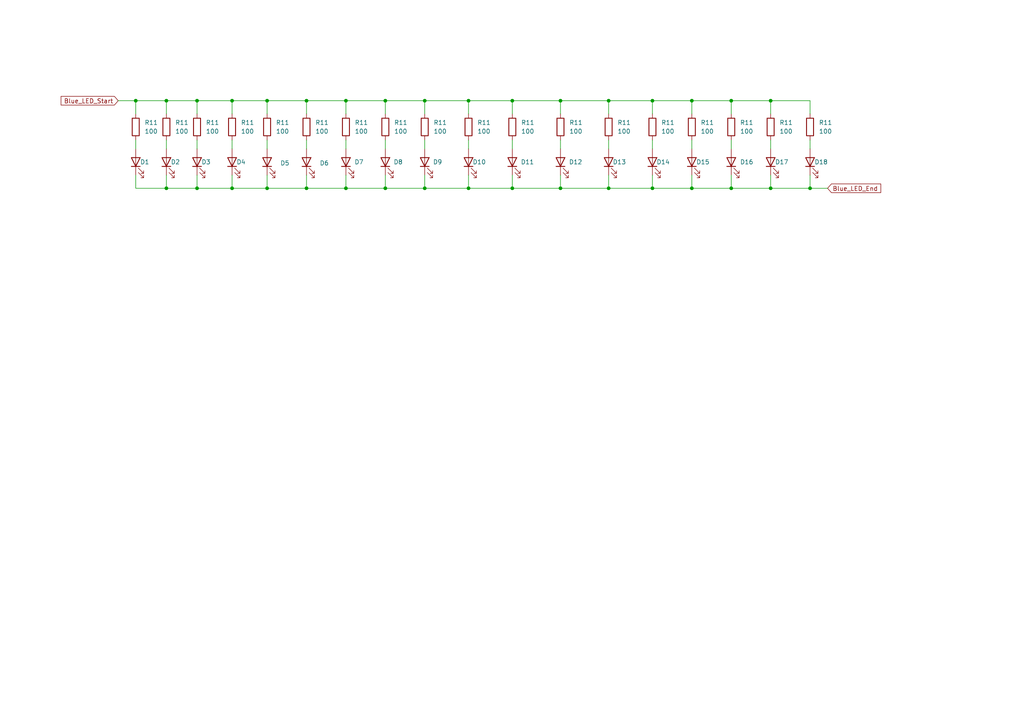
<source format=kicad_sch>
(kicad_sch (version 20230121) (generator eeschema)

  (uuid eb23b1f1-68ea-4496-a339-358bb4271866)

  (paper "A4")

  (lib_symbols
    (symbol "Device:LED" (pin_numbers hide) (pin_names (offset 1.016) hide) (in_bom yes) (on_board yes)
      (property "Reference" "D" (at 0 2.54 0)
        (effects (font (size 1.27 1.27)))
      )
      (property "Value" "LED" (at 0 -2.54 0)
        (effects (font (size 1.27 1.27)))
      )
      (property "Footprint" "" (at 0 0 0)
        (effects (font (size 1.27 1.27)) hide)
      )
      (property "Datasheet" "~" (at 0 0 0)
        (effects (font (size 1.27 1.27)) hide)
      )
      (property "ki_keywords" "LED diode" (at 0 0 0)
        (effects (font (size 1.27 1.27)) hide)
      )
      (property "ki_description" "Light emitting diode" (at 0 0 0)
        (effects (font (size 1.27 1.27)) hide)
      )
      (property "ki_fp_filters" "LED* LED_SMD:* LED_THT:*" (at 0 0 0)
        (effects (font (size 1.27 1.27)) hide)
      )
      (symbol "LED_0_1"
        (polyline
          (pts
            (xy -1.27 -1.27)
            (xy -1.27 1.27)
          )
          (stroke (width 0.254) (type default))
          (fill (type none))
        )
        (polyline
          (pts
            (xy -1.27 0)
            (xy 1.27 0)
          )
          (stroke (width 0) (type default))
          (fill (type none))
        )
        (polyline
          (pts
            (xy 1.27 -1.27)
            (xy 1.27 1.27)
            (xy -1.27 0)
            (xy 1.27 -1.27)
          )
          (stroke (width 0.254) (type default))
          (fill (type none))
        )
        (polyline
          (pts
            (xy -3.048 -0.762)
            (xy -4.572 -2.286)
            (xy -3.81 -2.286)
            (xy -4.572 -2.286)
            (xy -4.572 -1.524)
          )
          (stroke (width 0) (type default))
          (fill (type none))
        )
        (polyline
          (pts
            (xy -1.778 -0.762)
            (xy -3.302 -2.286)
            (xy -2.54 -2.286)
            (xy -3.302 -2.286)
            (xy -3.302 -1.524)
          )
          (stroke (width 0) (type default))
          (fill (type none))
        )
      )
      (symbol "LED_1_1"
        (pin passive line (at -3.81 0 0) (length 2.54)
          (name "K" (effects (font (size 1.27 1.27))))
          (number "1" (effects (font (size 1.27 1.27))))
        )
        (pin passive line (at 3.81 0 180) (length 2.54)
          (name "A" (effects (font (size 1.27 1.27))))
          (number "2" (effects (font (size 1.27 1.27))))
        )
      )
    )
    (symbol "Device:R" (pin_numbers hide) (pin_names (offset 0)) (in_bom yes) (on_board yes)
      (property "Reference" "R" (at 2.032 0 90)
        (effects (font (size 1.27 1.27)))
      )
      (property "Value" "R" (at 0 0 90)
        (effects (font (size 1.27 1.27)))
      )
      (property "Footprint" "" (at -1.778 0 90)
        (effects (font (size 1.27 1.27)) hide)
      )
      (property "Datasheet" "~" (at 0 0 0)
        (effects (font (size 1.27 1.27)) hide)
      )
      (property "ki_keywords" "R res resistor" (at 0 0 0)
        (effects (font (size 1.27 1.27)) hide)
      )
      (property "ki_description" "Resistor" (at 0 0 0)
        (effects (font (size 1.27 1.27)) hide)
      )
      (property "ki_fp_filters" "R_*" (at 0 0 0)
        (effects (font (size 1.27 1.27)) hide)
      )
      (symbol "R_0_1"
        (rectangle (start -1.016 -2.54) (end 1.016 2.54)
          (stroke (width 0.254) (type default))
          (fill (type none))
        )
      )
      (symbol "R_1_1"
        (pin passive line (at 0 3.81 270) (length 1.27)
          (name "~" (effects (font (size 1.27 1.27))))
          (number "1" (effects (font (size 1.27 1.27))))
        )
        (pin passive line (at 0 -3.81 90) (length 1.27)
          (name "~" (effects (font (size 1.27 1.27))))
          (number "2" (effects (font (size 1.27 1.27))))
        )
      )
    )
  )

  (junction (at 77.47 54.61) (diameter 0) (color 0 0 0 0)
    (uuid 03d04471-50b4-43a9-b019-bf4d7c7ba9f2)
  )
  (junction (at 123.19 29.21) (diameter 0) (color 0 0 0 0)
    (uuid 0bd6c538-1f58-49cb-9b06-7d730594ddd0)
  )
  (junction (at 48.26 54.61) (diameter 0) (color 0 0 0 0)
    (uuid 0e6853ed-8ce6-4619-b504-2f77f76c20fa)
  )
  (junction (at 148.59 29.21) (diameter 0) (color 0 0 0 0)
    (uuid 1f96d1a4-1c86-450d-b9ce-0ea194d9bd25)
  )
  (junction (at 234.95 54.61) (diameter 0) (color 0 0 0 0)
    (uuid 29f2c769-9b82-4940-9b2e-a7d41712b359)
  )
  (junction (at 212.09 29.21) (diameter 0) (color 0 0 0 0)
    (uuid 29fcdaaa-9c56-4ae2-8151-675b2986cab7)
  )
  (junction (at 223.52 29.21) (diameter 0) (color 0 0 0 0)
    (uuid 34237b6e-a26c-4a43-86de-187b3bb0e456)
  )
  (junction (at 111.76 54.61) (diameter 0) (color 0 0 0 0)
    (uuid 3f264e17-1bc3-4392-8bee-6c11b8483313)
  )
  (junction (at 67.31 54.61) (diameter 0) (color 0 0 0 0)
    (uuid 47fa934e-eb92-4eeb-95d1-0892ad5db8b7)
  )
  (junction (at 111.76 29.21) (diameter 0) (color 0 0 0 0)
    (uuid 4cc7992c-e335-427c-9414-2df3bba18dd0)
  )
  (junction (at 189.23 29.21) (diameter 0) (color 0 0 0 0)
    (uuid 52246386-2e34-4b08-8977-f24a65d89a5d)
  )
  (junction (at 77.47 29.21) (diameter 0) (color 0 0 0 0)
    (uuid 598358aa-1c07-4827-818c-6078e49cb435)
  )
  (junction (at 200.66 29.21) (diameter 0) (color 0 0 0 0)
    (uuid 5af12afc-1e45-4d2a-b0e0-9f9d09b3f831)
  )
  (junction (at 162.56 54.61) (diameter 0) (color 0 0 0 0)
    (uuid 5b1113f0-d8d4-434d-ba23-a6f94570befd)
  )
  (junction (at 176.53 29.21) (diameter 0) (color 0 0 0 0)
    (uuid 66bc6b8d-715e-4955-8f70-3de2bdb3751a)
  )
  (junction (at 57.15 29.21) (diameter 0) (color 0 0 0 0)
    (uuid 6dc3a81f-5748-489a-99ba-b70230b720da)
  )
  (junction (at 176.53 54.61) (diameter 0) (color 0 0 0 0)
    (uuid 70557b81-b889-425c-a2ff-5e7d515ae242)
  )
  (junction (at 48.26 29.21) (diameter 0) (color 0 0 0 0)
    (uuid 7487b09b-9d5f-4685-8a23-3a466a3380b3)
  )
  (junction (at 39.37 29.21) (diameter 0) (color 0 0 0 0)
    (uuid 891a2c5a-4e0f-481f-bd07-cb4a56053412)
  )
  (junction (at 135.89 54.61) (diameter 0) (color 0 0 0 0)
    (uuid 89e1e267-bb92-4588-9dd3-f219d8154ecd)
  )
  (junction (at 223.52 54.61) (diameter 0) (color 0 0 0 0)
    (uuid a3bfdc42-0aba-467a-ab3e-ac7ac289dcf8)
  )
  (junction (at 212.09 54.61) (diameter 0) (color 0 0 0 0)
    (uuid a79afb17-df6c-41b1-b9c2-8134b53b26ce)
  )
  (junction (at 100.33 29.21) (diameter 0) (color 0 0 0 0)
    (uuid b12abb3b-10bb-4d8a-8fce-8315afa42777)
  )
  (junction (at 88.9 54.61) (diameter 0) (color 0 0 0 0)
    (uuid b3a50d58-c80b-4289-9c94-3bef74db6218)
  )
  (junction (at 189.23 54.61) (diameter 0) (color 0 0 0 0)
    (uuid b66e4f79-15ab-4fd0-a7cb-4fa7f82fb63c)
  )
  (junction (at 148.59 54.61) (diameter 0) (color 0 0 0 0)
    (uuid c1ea0a50-40b8-4057-a77a-655b959f9c36)
  )
  (junction (at 88.9 29.21) (diameter 0) (color 0 0 0 0)
    (uuid c5670872-f44c-4abf-9a72-acbcb3eba2d2)
  )
  (junction (at 162.56 29.21) (diameter 0) (color 0 0 0 0)
    (uuid d3df8e1f-c43d-44ec-b24e-42e1e9efe848)
  )
  (junction (at 67.31 29.21) (diameter 0) (color 0 0 0 0)
    (uuid e2d159d2-4b2f-4cc6-98a9-2a13fa3e3c78)
  )
  (junction (at 100.33 54.61) (diameter 0) (color 0 0 0 0)
    (uuid ea618874-bd0b-46f7-b8a5-2c0558697031)
  )
  (junction (at 200.66 54.61) (diameter 0) (color 0 0 0 0)
    (uuid ef15da61-a1de-4a50-8be9-3e242e841028)
  )
  (junction (at 123.19 54.61) (diameter 0) (color 0 0 0 0)
    (uuid f6217e14-0147-421f-8064-14067d43fd6d)
  )
  (junction (at 135.89 29.21) (diameter 0) (color 0 0 0 0)
    (uuid fca00e6c-0d6b-4354-8016-d591d36063ec)
  )
  (junction (at 57.15 54.61) (diameter 0) (color 0 0 0 0)
    (uuid fd4b4013-711a-4bf0-a63a-306d93588277)
  )

  (wire (pts (xy 162.56 50.8) (xy 162.56 54.61))
    (stroke (width 0) (type default))
    (uuid 017ca1c9-84a8-468b-b32a-fcbcd212974e)
  )
  (wire (pts (xy 88.9 54.61) (xy 100.33 54.61))
    (stroke (width 0) (type default))
    (uuid 01c85450-cbfd-477e-b750-4a9f53983319)
  )
  (wire (pts (xy 57.15 50.8) (xy 57.15 54.61))
    (stroke (width 0) (type default))
    (uuid 05635c71-bda6-49e8-8069-aff8d3d04737)
  )
  (wire (pts (xy 223.52 29.21) (xy 223.52 33.02))
    (stroke (width 0) (type default))
    (uuid 083c45cd-ace1-43f5-805a-6cd261d1ca82)
  )
  (wire (pts (xy 57.15 29.21) (xy 57.15 33.02))
    (stroke (width 0) (type default))
    (uuid 0ba01118-69ae-4488-a501-b24c1263f679)
  )
  (wire (pts (xy 48.26 40.64) (xy 48.26 43.18))
    (stroke (width 0) (type default))
    (uuid 0ecbee93-7422-4946-bbdb-133eaf7f11a2)
  )
  (wire (pts (xy 223.52 50.8) (xy 223.52 54.61))
    (stroke (width 0) (type default))
    (uuid 1809f379-8778-48a2-9075-570a4e1163a9)
  )
  (wire (pts (xy 200.66 54.61) (xy 212.09 54.61))
    (stroke (width 0) (type default))
    (uuid 1a7af524-4489-41db-b8bd-3967b36759a6)
  )
  (wire (pts (xy 162.56 29.21) (xy 162.56 33.02))
    (stroke (width 0) (type default))
    (uuid 1da6005a-9efb-4656-8c2f-8dbbc41ff1ef)
  )
  (wire (pts (xy 39.37 33.02) (xy 39.37 29.21))
    (stroke (width 0) (type default))
    (uuid 212e4368-8f92-4f96-a9ed-4d2cdd564675)
  )
  (wire (pts (xy 176.53 29.21) (xy 176.53 33.02))
    (stroke (width 0) (type default))
    (uuid 2165e7a9-d345-426e-b8e5-a2ed98e7d9f2)
  )
  (wire (pts (xy 189.23 29.21) (xy 200.66 29.21))
    (stroke (width 0) (type default))
    (uuid 2483f977-38d2-4131-944b-01e0655aad18)
  )
  (wire (pts (xy 212.09 40.64) (xy 212.09 43.18))
    (stroke (width 0) (type default))
    (uuid 272f8f8e-c21c-45a1-86ed-450c49242d5e)
  )
  (wire (pts (xy 48.26 29.21) (xy 57.15 29.21))
    (stroke (width 0) (type default))
    (uuid 27913ab8-8062-48d2-8b2e-34e38096c85d)
  )
  (wire (pts (xy 67.31 54.61) (xy 77.47 54.61))
    (stroke (width 0) (type default))
    (uuid 27bb8540-0f9a-4646-ab43-e17f5cdd4abb)
  )
  (wire (pts (xy 57.15 29.21) (xy 67.31 29.21))
    (stroke (width 0) (type default))
    (uuid 280714dd-48cf-4ff9-95cb-3d803a8f1450)
  )
  (wire (pts (xy 223.52 54.61) (xy 234.95 54.61))
    (stroke (width 0) (type default))
    (uuid 281bb560-630f-4a28-98c6-86dab8f910b0)
  )
  (wire (pts (xy 123.19 54.61) (xy 135.89 54.61))
    (stroke (width 0) (type default))
    (uuid 2b12d29f-1077-4d4a-99fe-e29d083186b1)
  )
  (wire (pts (xy 34.29 29.21) (xy 39.37 29.21))
    (stroke (width 0) (type default))
    (uuid 2b432e7b-bb6d-4c6a-8722-4dae95466c55)
  )
  (wire (pts (xy 111.76 54.61) (xy 123.19 54.61))
    (stroke (width 0) (type default))
    (uuid 315b0179-8697-4c03-a0c0-c92eb072a498)
  )
  (wire (pts (xy 100.33 54.61) (xy 111.76 54.61))
    (stroke (width 0) (type default))
    (uuid 32e912c9-c14c-44e0-b10a-7a47f90ffb81)
  )
  (wire (pts (xy 176.53 29.21) (xy 189.23 29.21))
    (stroke (width 0) (type default))
    (uuid 3996694f-f812-4109-8e79-99bb063c246c)
  )
  (wire (pts (xy 39.37 54.61) (xy 48.26 54.61))
    (stroke (width 0) (type default))
    (uuid 3f9c7368-64f0-4dba-8f6e-a56577c451b6)
  )
  (wire (pts (xy 39.37 40.64) (xy 39.37 43.18))
    (stroke (width 0) (type default))
    (uuid 40b346e3-0234-4bed-86ce-710d38937467)
  )
  (wire (pts (xy 77.47 50.8) (xy 77.47 54.61))
    (stroke (width 0) (type default))
    (uuid 4a64fafd-9362-4954-97f1-fd92bae92546)
  )
  (wire (pts (xy 67.31 50.8) (xy 67.31 54.61))
    (stroke (width 0) (type default))
    (uuid 4e9a42a9-38e0-4991-bbe6-9a3b9f18c2ba)
  )
  (wire (pts (xy 67.31 29.21) (xy 77.47 29.21))
    (stroke (width 0) (type default))
    (uuid 5227d197-0a65-4b8d-91e2-38c938992de8)
  )
  (wire (pts (xy 39.37 50.8) (xy 39.37 54.61))
    (stroke (width 0) (type default))
    (uuid 5371310a-6489-4511-8aac-7bcec4d71fcb)
  )
  (wire (pts (xy 212.09 54.61) (xy 223.52 54.61))
    (stroke (width 0) (type default))
    (uuid 54c4dbf2-33ae-426e-b874-b931e207e187)
  )
  (wire (pts (xy 234.95 54.61) (xy 234.95 50.8))
    (stroke (width 0) (type default))
    (uuid 55cfd44c-700b-4348-b086-0b854e753b46)
  )
  (wire (pts (xy 148.59 29.21) (xy 148.59 33.02))
    (stroke (width 0) (type default))
    (uuid 567830ad-51b5-49aa-a64f-cef201bc7026)
  )
  (wire (pts (xy 111.76 50.8) (xy 111.76 54.61))
    (stroke (width 0) (type default))
    (uuid 56f80f09-6ae8-4acd-8bbe-2e794748aac2)
  )
  (wire (pts (xy 234.95 29.21) (xy 234.95 33.02))
    (stroke (width 0) (type default))
    (uuid 5996272e-561b-49d7-8bc2-31d8a1eb9e9a)
  )
  (wire (pts (xy 57.15 40.64) (xy 57.15 43.18))
    (stroke (width 0) (type default))
    (uuid 5ff49f16-7965-4e30-8447-f416d3396c7e)
  )
  (wire (pts (xy 77.47 29.21) (xy 88.9 29.21))
    (stroke (width 0) (type default))
    (uuid 60e686fa-6b6e-4857-b92d-0d8296c2cbe0)
  )
  (wire (pts (xy 88.9 29.21) (xy 100.33 29.21))
    (stroke (width 0) (type default))
    (uuid 6470b30a-282a-4529-b58f-296ddea24dea)
  )
  (wire (pts (xy 135.89 50.8) (xy 135.89 54.61))
    (stroke (width 0) (type default))
    (uuid 661f5a67-f566-4428-b6f0-528ab5d3bfe6)
  )
  (wire (pts (xy 135.89 29.21) (xy 135.89 33.02))
    (stroke (width 0) (type default))
    (uuid 697bfc5b-6635-4883-a78b-6e4fd6d2bee6)
  )
  (wire (pts (xy 111.76 40.64) (xy 111.76 43.18))
    (stroke (width 0) (type default))
    (uuid 6a5b3627-487f-4eea-a2b1-8b1662843afe)
  )
  (wire (pts (xy 189.23 54.61) (xy 200.66 54.61))
    (stroke (width 0) (type default))
    (uuid 6ace1d40-4193-4865-8565-dc025f637edc)
  )
  (wire (pts (xy 48.26 50.8) (xy 48.26 54.61))
    (stroke (width 0) (type default))
    (uuid 6b3debc5-847f-4ac1-9191-8894062e83e8)
  )
  (wire (pts (xy 148.59 29.21) (xy 162.56 29.21))
    (stroke (width 0) (type default))
    (uuid 6b45789d-0736-425b-90c2-aa29a082ffe5)
  )
  (wire (pts (xy 234.95 54.61) (xy 240.03 54.61))
    (stroke (width 0) (type default))
    (uuid 6c01009e-9272-4992-a7bf-dc3f195b73f8)
  )
  (wire (pts (xy 111.76 29.21) (xy 123.19 29.21))
    (stroke (width 0) (type default))
    (uuid 6c0d8e80-007b-4f79-aa3f-fb1324181fbb)
  )
  (wire (pts (xy 135.89 54.61) (xy 148.59 54.61))
    (stroke (width 0) (type default))
    (uuid 6ea26157-9399-4282-8417-e5ee66435741)
  )
  (wire (pts (xy 123.19 50.8) (xy 123.19 54.61))
    (stroke (width 0) (type default))
    (uuid 6f9cee2a-41eb-4bf7-996a-c650a3671213)
  )
  (wire (pts (xy 200.66 50.8) (xy 200.66 54.61))
    (stroke (width 0) (type default))
    (uuid 76616e3b-6abb-4bc3-9f1b-e090cbb0bf5f)
  )
  (wire (pts (xy 162.56 40.64) (xy 162.56 43.18))
    (stroke (width 0) (type default))
    (uuid 79b1ed10-cb48-4f85-a4b2-4735b049d379)
  )
  (wire (pts (xy 176.53 54.61) (xy 189.23 54.61))
    (stroke (width 0) (type default))
    (uuid 7e4ec22d-539f-4903-aa48-11c1a0811c94)
  )
  (wire (pts (xy 200.66 40.64) (xy 200.66 43.18))
    (stroke (width 0) (type default))
    (uuid 7fb6de10-a8b8-4e11-8a5a-9ffa0db77d6d)
  )
  (wire (pts (xy 135.89 29.21) (xy 148.59 29.21))
    (stroke (width 0) (type default))
    (uuid 862b0b3f-19d9-4e4b-9383-6138e849103d)
  )
  (wire (pts (xy 100.33 29.21) (xy 111.76 29.21))
    (stroke (width 0) (type default))
    (uuid 87acf6c6-09c3-49fd-bb0c-0a49953f34da)
  )
  (wire (pts (xy 200.66 29.21) (xy 212.09 29.21))
    (stroke (width 0) (type default))
    (uuid 8df3e3a3-6cd3-4827-8dc1-d92d914a9960)
  )
  (wire (pts (xy 67.31 29.21) (xy 67.31 33.02))
    (stroke (width 0) (type default))
    (uuid 912f4121-b647-4381-8b85-e20298e8e110)
  )
  (wire (pts (xy 212.09 33.02) (xy 212.09 29.21))
    (stroke (width 0) (type default))
    (uuid 91b750ab-84a9-4551-8706-90f137e0d0b8)
  )
  (wire (pts (xy 189.23 40.64) (xy 189.23 43.18))
    (stroke (width 0) (type default))
    (uuid 923b062b-191b-48ee-9e3c-cf39f27022f5)
  )
  (wire (pts (xy 200.66 33.02) (xy 200.66 29.21))
    (stroke (width 0) (type default))
    (uuid 94905972-ba6d-4203-906e-36f6cc87666b)
  )
  (wire (pts (xy 48.26 54.61) (xy 57.15 54.61))
    (stroke (width 0) (type default))
    (uuid 9d6d4be7-c205-495e-88aa-3a96824f2149)
  )
  (wire (pts (xy 148.59 54.61) (xy 162.56 54.61))
    (stroke (width 0) (type default))
    (uuid 9fc8d5b4-1ecc-405e-9cd4-d5e079dde679)
  )
  (wire (pts (xy 148.59 40.64) (xy 148.59 43.18))
    (stroke (width 0) (type default))
    (uuid a0358b85-12d5-42ae-a544-bd67c44899e1)
  )
  (wire (pts (xy 77.47 54.61) (xy 88.9 54.61))
    (stroke (width 0) (type default))
    (uuid a097f54e-21f8-4782-9142-affba0255053)
  )
  (wire (pts (xy 234.95 40.64) (xy 234.95 43.18))
    (stroke (width 0) (type default))
    (uuid a553d0fe-0bc4-41b3-be5e-a47915fc62dc)
  )
  (wire (pts (xy 123.19 29.21) (xy 135.89 29.21))
    (stroke (width 0) (type default))
    (uuid abc492b8-3b85-4b1a-a99a-4609767480ba)
  )
  (wire (pts (xy 123.19 29.21) (xy 123.19 33.02))
    (stroke (width 0) (type default))
    (uuid b5bebe78-89c2-4b77-a236-51e495c5d19d)
  )
  (wire (pts (xy 88.9 50.8) (xy 88.9 54.61))
    (stroke (width 0) (type default))
    (uuid b60ebb68-bfd2-48f8-85ea-4f89c0713d77)
  )
  (wire (pts (xy 77.47 40.64) (xy 77.47 43.18))
    (stroke (width 0) (type default))
    (uuid b80a08eb-a6f1-47a0-9fbd-01381e06db56)
  )
  (wire (pts (xy 111.76 29.21) (xy 111.76 33.02))
    (stroke (width 0) (type default))
    (uuid bac4afec-0c59-49c3-94c9-c5fb8a24c92c)
  )
  (wire (pts (xy 148.59 50.8) (xy 148.59 54.61))
    (stroke (width 0) (type default))
    (uuid bbd3a435-ade7-4c8f-ad20-02fdafd8e93d)
  )
  (wire (pts (xy 162.56 29.21) (xy 176.53 29.21))
    (stroke (width 0) (type default))
    (uuid c888d1eb-8bff-4fb5-b783-17b268b814fa)
  )
  (wire (pts (xy 123.19 40.64) (xy 123.19 43.18))
    (stroke (width 0) (type default))
    (uuid c8a7daac-78bc-432f-bf6f-2dccc7391f78)
  )
  (wire (pts (xy 100.33 50.8) (xy 100.33 54.61))
    (stroke (width 0) (type default))
    (uuid ca6da3fe-bbd5-40b1-9a9f-4b77172df398)
  )
  (wire (pts (xy 189.23 50.8) (xy 189.23 54.61))
    (stroke (width 0) (type default))
    (uuid cc1dc4ab-24b8-420e-88d3-979cba978869)
  )
  (wire (pts (xy 77.47 29.21) (xy 77.47 33.02))
    (stroke (width 0) (type default))
    (uuid d1a5f879-1e7d-4b09-91ff-14d93a35e3c0)
  )
  (wire (pts (xy 212.09 50.8) (xy 212.09 54.61))
    (stroke (width 0) (type default))
    (uuid d1e3059c-79e4-48c5-93aa-c46e24b727a5)
  )
  (wire (pts (xy 189.23 33.02) (xy 189.23 29.21))
    (stroke (width 0) (type default))
    (uuid d3a7299b-1ad4-4b49-848c-28c778c507e1)
  )
  (wire (pts (xy 100.33 29.21) (xy 100.33 33.02))
    (stroke (width 0) (type default))
    (uuid d47185c9-b830-4ae9-895f-24bd500eefb9)
  )
  (wire (pts (xy 88.9 40.64) (xy 88.9 43.18))
    (stroke (width 0) (type default))
    (uuid d6f33328-14d7-4fad-9748-889881685bc7)
  )
  (wire (pts (xy 48.26 29.21) (xy 48.26 33.02))
    (stroke (width 0) (type default))
    (uuid dde37c74-a9ec-4965-8457-d90b5a3b1f44)
  )
  (wire (pts (xy 176.53 50.8) (xy 176.53 54.61))
    (stroke (width 0) (type default))
    (uuid e2de5525-421c-4abc-b0d0-2f795ebbca46)
  )
  (wire (pts (xy 162.56 54.61) (xy 176.53 54.61))
    (stroke (width 0) (type default))
    (uuid e3e736cc-aa36-4efa-8fe5-ffae062185c1)
  )
  (wire (pts (xy 67.31 40.64) (xy 67.31 43.18))
    (stroke (width 0) (type default))
    (uuid e48d299f-6174-4ea7-8506-734c4004aa87)
  )
  (wire (pts (xy 135.89 40.64) (xy 135.89 43.18))
    (stroke (width 0) (type default))
    (uuid e6e4db8b-0e38-4466-a57a-057780555b1e)
  )
  (wire (pts (xy 88.9 29.21) (xy 88.9 33.02))
    (stroke (width 0) (type default))
    (uuid e7d3d53f-1e45-44cc-a999-b3f33070c43b)
  )
  (wire (pts (xy 223.52 40.64) (xy 223.52 43.18))
    (stroke (width 0) (type default))
    (uuid f1be68a5-6671-40e8-9c86-ebe42a9d4105)
  )
  (wire (pts (xy 223.52 29.21) (xy 234.95 29.21))
    (stroke (width 0) (type default))
    (uuid f1f1cee4-c50e-4771-8b99-aee6b464c39a)
  )
  (wire (pts (xy 100.33 40.64) (xy 100.33 43.18))
    (stroke (width 0) (type default))
    (uuid f277ea2b-c74e-4321-8d97-752d88c50ddf)
  )
  (wire (pts (xy 176.53 40.64) (xy 176.53 43.18))
    (stroke (width 0) (type default))
    (uuid f41a087a-8864-484d-b2f3-5a724437ffc6)
  )
  (wire (pts (xy 57.15 54.61) (xy 67.31 54.61))
    (stroke (width 0) (type default))
    (uuid fb72856d-c65f-4234-a031-d4ceeca02506)
  )
  (wire (pts (xy 212.09 29.21) (xy 223.52 29.21))
    (stroke (width 0) (type default))
    (uuid fc4fc0cd-1535-49cb-a40a-47c4323b4232)
  )
  (wire (pts (xy 39.37 29.21) (xy 48.26 29.21))
    (stroke (width 0) (type default))
    (uuid fef81c10-5e66-486e-9bb3-21b9f4447201)
  )

  (global_label "Blue_LED_End" (shape input) (at 240.03 54.61 0) (fields_autoplaced)
    (effects (font (size 1.27 1.27)) (justify left))
    (uuid abc2b475-089a-4407-a69d-e3f1279908a3)
    (property "Intersheetrefs" "${INTERSHEET_REFS}" (at 256.0173 54.61 0)
      (effects (font (size 1.27 1.27)) (justify left) hide)
    )
  )
  (global_label "Blue_LED_Start" (shape input) (at 34.29 29.21 180) (fields_autoplaced)
    (effects (font (size 1.27 1.27)) (justify right))
    (uuid c514fcaf-cde5-4dda-a48b-650f8d20bd3a)
    (property "Intersheetrefs" "${INTERSHEET_REFS}" (at 17.1536 29.21 0)
      (effects (font (size 1.27 1.27)) (justify right) hide)
    )
  )

  (symbol (lib_id "Device:LED") (at 57.15 46.99 90) (unit 1)
    (in_bom yes) (on_board yes) (dnp no)
    (uuid 01528fc2-fc31-4670-903a-eaa6ce1f8cfb)
    (property "Reference" "D3" (at 58.42 46.99 90)
      (effects (font (size 1.27 1.27)) (justify right))
    )
    (property "Value" "LED_0402_1005Metric_Pad0.77x0.64mm_HandSolder" (at 60.96 49.8475 90)
      (effects (font (size 1.27 1.27)) (justify right) hide)
    )
    (property "Footprint" "LED_SMD:LED_0402_1005Metric_Pad0.77x0.64mm_HandSolder" (at 57.15 46.99 0)
      (effects (font (size 1.27 1.27)) hide)
    )
    (property "Datasheet" "~" (at 57.15 46.99 0)
      (effects (font (size 1.27 1.27)) hide)
    )
    (pin "1" (uuid 52518faf-3e8e-4d16-a5bd-b6a1deb872dd))
    (pin "2" (uuid bb04641b-1038-4d89-b56b-06b41c715929))
    (instances
      (project "untitled"
        (path "/2909db4b-e7ca-4b3d-b8b8-720f3898e595"
          (reference "D3") (unit 1)
        )
      )
      (project "LED_Illuminator_Revised"
        (path "/4e559a88-004a-41a4-8dc6-f62b9d4f677b"
          (reference "D3") (unit 1)
        )
        (path "/4e559a88-004a-41a4-8dc6-f62b9d4f677b/d987b1eb-862e-4b1b-8145-5116fe9f8f08"
          (reference "D21") (unit 1)
        )
      )
      (project "3_LED_Rings"
        (path "/9590fcf9-0d43-4008-9224-2b0e2612d891/c380e80a-b7f4-403c-9982-a6bd790990df"
          (reference "D3") (unit 1)
        )
        (path "/9590fcf9-0d43-4008-9224-2b0e2612d891/aed08636-13b8-4b96-9fc6-64c5f06a60f4"
          (reference "D33") (unit 1)
        )
      )
      (project "LED_Revised_New"
        (path "/985f529a-94b0-4332-b14e-ba2a298ddda3/80797c74-4c27-4f57-8322-9f62f18d2012"
          (reference "D3") (unit 1)
        )
      )
    )
  )

  (symbol (lib_id "Device:R") (at 77.47 36.83 0) (unit 1)
    (in_bom yes) (on_board yes) (dnp no) (fields_autoplaced)
    (uuid 05e9a075-f987-472c-bece-4947d775efda)
    (property "Reference" "R11" (at 80.01 35.56 0)
      (effects (font (size 1.27 1.27)) (justify left))
    )
    (property "Value" "100" (at 80.01 38.1 0)
      (effects (font (size 1.27 1.27)) (justify left))
    )
    (property "Footprint" "Resistor_SMD:R_0402_1005Metric_Pad0.72x0.64mm_HandSolder" (at 75.692 36.83 90)
      (effects (font (size 1.27 1.27)) hide)
    )
    (property "Datasheet" "~" (at 77.47 36.83 0)
      (effects (font (size 1.27 1.27)) hide)
    )
    (pin "1" (uuid f4e1115a-20c5-49b1-b6dd-fe1e993f0c66))
    (pin "2" (uuid 6f7eb5e3-6e8c-4c55-80cb-b0395547c761))
    (instances
      (project "3_LED_Rings"
        (path "/9590fcf9-0d43-4008-9224-2b0e2612d891/c380e80a-b7f4-403c-9982-a6bd790990df"
          (reference "R11") (unit 1)
        )
      )
      (project "LED_Revised_New"
        (path "/985f529a-94b0-4332-b14e-ba2a298ddda3/80797c74-4c27-4f57-8322-9f62f18d2012"
          (reference "R5") (unit 1)
        )
      )
      (project "Inner_LED_RIng"
        (path "/daedd578-555e-40f6-83e1-39698ba7e9b8"
          (reference "R11") (unit 1)
        )
      )
    )
  )

  (symbol (lib_id "Device:R") (at 176.53 36.83 0) (unit 1)
    (in_bom yes) (on_board yes) (dnp no) (fields_autoplaced)
    (uuid 06a11095-f7ff-449f-9a46-29aadb0622a1)
    (property "Reference" "R11" (at 179.07 35.56 0)
      (effects (font (size 1.27 1.27)) (justify left))
    )
    (property "Value" "100" (at 179.07 38.1 0)
      (effects (font (size 1.27 1.27)) (justify left))
    )
    (property "Footprint" "Resistor_SMD:R_0402_1005Metric_Pad0.72x0.64mm_HandSolder" (at 174.752 36.83 90)
      (effects (font (size 1.27 1.27)) hide)
    )
    (property "Datasheet" "~" (at 176.53 36.83 0)
      (effects (font (size 1.27 1.27)) hide)
    )
    (pin "1" (uuid 167581de-262d-41b3-93ca-1be09592604d))
    (pin "2" (uuid 30b7757d-bc19-431a-bd48-878928ef0f13))
    (instances
      (project "3_LED_Rings"
        (path "/9590fcf9-0d43-4008-9224-2b0e2612d891/c380e80a-b7f4-403c-9982-a6bd790990df"
          (reference "R11") (unit 1)
        )
      )
      (project "LED_Revised_New"
        (path "/985f529a-94b0-4332-b14e-ba2a298ddda3/80797c74-4c27-4f57-8322-9f62f18d2012"
          (reference "R13") (unit 1)
        )
      )
      (project "Inner_LED_RIng"
        (path "/daedd578-555e-40f6-83e1-39698ba7e9b8"
          (reference "R11") (unit 1)
        )
      )
    )
  )

  (symbol (lib_id "Device:R") (at 39.37 36.83 0) (unit 1)
    (in_bom yes) (on_board yes) (dnp no) (fields_autoplaced)
    (uuid 149c74cc-0a03-46f9-8113-5444cf16e061)
    (property "Reference" "R11" (at 41.91 35.56 0)
      (effects (font (size 1.27 1.27)) (justify left))
    )
    (property "Value" "100" (at 41.91 38.1 0)
      (effects (font (size 1.27 1.27)) (justify left))
    )
    (property "Footprint" "Resistor_SMD:R_0402_1005Metric_Pad0.72x0.64mm_HandSolder" (at 37.592 36.83 90)
      (effects (font (size 1.27 1.27)) hide)
    )
    (property "Datasheet" "~" (at 39.37 36.83 0)
      (effects (font (size 1.27 1.27)) hide)
    )
    (pin "1" (uuid bcd72b50-9b16-480c-b661-9c4ceca0e88a))
    (pin "2" (uuid 8d2dddb3-6d74-4148-80af-57cdb2a9a5b6))
    (instances
      (project "3_LED_Rings"
        (path "/9590fcf9-0d43-4008-9224-2b0e2612d891/c380e80a-b7f4-403c-9982-a6bd790990df"
          (reference "R11") (unit 1)
        )
      )
      (project "LED_Revised_New"
        (path "/985f529a-94b0-4332-b14e-ba2a298ddda3/80797c74-4c27-4f57-8322-9f62f18d2012"
          (reference "R1") (unit 1)
        )
      )
      (project "Inner_LED_RIng"
        (path "/daedd578-555e-40f6-83e1-39698ba7e9b8"
          (reference "R11") (unit 1)
        )
      )
    )
  )

  (symbol (lib_id "Device:LED") (at 135.89 46.99 90) (unit 1)
    (in_bom yes) (on_board yes) (dnp no)
    (uuid 18196f44-81b6-4101-bf48-bba7788f54f7)
    (property "Reference" "D10" (at 140.97 46.99 90)
      (effects (font (size 1.27 1.27)) (justify left))
    )
    (property "Value" "LED_0402_1005Metric_Pad0.77x0.64mm_HandSolder" (at 129.54 44.45 90)
      (effects (font (size 1.27 1.27)) (justify left) hide)
    )
    (property "Footprint" "LED_SMD:LED_0402_1005Metric_Pad0.77x0.64mm_HandSolder" (at 135.89 46.99 0)
      (effects (font (size 1.27 1.27)) hide)
    )
    (property "Datasheet" "~" (at 135.89 46.99 0)
      (effects (font (size 1.27 1.27)) hide)
    )
    (pin "1" (uuid 7173b372-4ffc-4146-bcba-e2ae86a8e30c))
    (pin "2" (uuid ed1e3cd4-0579-4948-b880-f250e67a1845))
    (instances
      (project "untitled"
        (path "/2909db4b-e7ca-4b3d-b8b8-720f3898e595"
          (reference "D10") (unit 1)
        )
      )
      (project "LED_Illuminator_Revised"
        (path "/4e559a88-004a-41a4-8dc6-f62b9d4f677b"
          (reference "D10") (unit 1)
        )
        (path "/4e559a88-004a-41a4-8dc6-f62b9d4f677b/d987b1eb-862e-4b1b-8145-5116fe9f8f08"
          (reference "D28") (unit 1)
        )
      )
      (project "3_LED_Rings"
        (path "/9590fcf9-0d43-4008-9224-2b0e2612d891/c380e80a-b7f4-403c-9982-a6bd790990df"
          (reference "D10") (unit 1)
        )
        (path "/9590fcf9-0d43-4008-9224-2b0e2612d891/aed08636-13b8-4b96-9fc6-64c5f06a60f4"
          (reference "D27") (unit 1)
        )
      )
      (project "LED_Revised_New"
        (path "/985f529a-94b0-4332-b14e-ba2a298ddda3/80797c74-4c27-4f57-8322-9f62f18d2012"
          (reference "D10") (unit 1)
        )
      )
    )
  )

  (symbol (lib_id "Device:LED") (at 200.66 46.99 90) (unit 1)
    (in_bom yes) (on_board yes) (dnp no)
    (uuid 1fd18dd8-2263-4e9f-9a96-7fdf04e75106)
    (property "Reference" "D15" (at 201.93 46.99 90)
      (effects (font (size 1.27 1.27)) (justify right))
    )
    (property "Value" "LED_0402_1005Metric_Pad0.77x0.64mm_HandSolder" (at 173.99 38.1 90)
      (effects (font (size 1.27 1.27)) (justify right) hide)
    )
    (property "Footprint" "LED_SMD:LED_0402_1005Metric_Pad0.77x0.64mm_HandSolder" (at 200.66 46.99 0)
      (effects (font (size 1.27 1.27)) hide)
    )
    (property "Datasheet" "~" (at 200.66 46.99 0)
      (effects (font (size 1.27 1.27)) hide)
    )
    (pin "1" (uuid 2692e965-d07f-48b6-8d2e-b0afd88eada9))
    (pin "2" (uuid 4fc70ae9-e7da-4330-8ed6-1d241e37f67e))
    (instances
      (project "untitled"
        (path "/2909db4b-e7ca-4b3d-b8b8-720f3898e595"
          (reference "D15") (unit 1)
        )
      )
      (project "LED_Illuminator_Revised"
        (path "/4e559a88-004a-41a4-8dc6-f62b9d4f677b"
          (reference "D15") (unit 1)
        )
        (path "/4e559a88-004a-41a4-8dc6-f62b9d4f677b/d987b1eb-862e-4b1b-8145-5116fe9f8f08"
          (reference "D33") (unit 1)
        )
      )
      (project "3_LED_Rings"
        (path "/9590fcf9-0d43-4008-9224-2b0e2612d891/c380e80a-b7f4-403c-9982-a6bd790990df"
          (reference "D15") (unit 1)
        )
        (path "/9590fcf9-0d43-4008-9224-2b0e2612d891/aed08636-13b8-4b96-9fc6-64c5f06a60f4"
          (reference "D19") (unit 1)
        )
      )
      (project "LED_Revised_New"
        (path "/985f529a-94b0-4332-b14e-ba2a298ddda3/80797c74-4c27-4f57-8322-9f62f18d2012"
          (reference "D15") (unit 1)
        )
      )
    )
  )

  (symbol (lib_id "Device:LED") (at 48.26 46.99 90) (unit 1)
    (in_bom yes) (on_board yes) (dnp no)
    (uuid 2701a0e8-8b63-42c3-897f-44694a67c358)
    (property "Reference" "D2" (at 49.53 46.99 90)
      (effects (font (size 1.27 1.27)) (justify right))
    )
    (property "Value" "LED_0402_1005Metric_Pad0.77x0.64mm_HandSolder" (at 52.07 49.8475 90)
      (effects (font (size 1.27 1.27)) (justify right) hide)
    )
    (property "Footprint" "LED_SMD:LED_0402_1005Metric_Pad0.77x0.64mm_HandSolder" (at 48.26 46.99 0)
      (effects (font (size 1.27 1.27)) hide)
    )
    (property "Datasheet" "~" (at 48.26 46.99 0)
      (effects (font (size 1.27 1.27)) hide)
    )
    (pin "1" (uuid 3f7b4160-120c-4314-a7d9-b0bfeeb47ca6))
    (pin "2" (uuid a89f75f0-5bd9-429a-b0d1-028607889adf))
    (instances
      (project "untitled"
        (path "/2909db4b-e7ca-4b3d-b8b8-720f3898e595"
          (reference "D2") (unit 1)
        )
      )
      (project "LED_Illuminator_Revised"
        (path "/4e559a88-004a-41a4-8dc6-f62b9d4f677b"
          (reference "D2") (unit 1)
        )
        (path "/4e559a88-004a-41a4-8dc6-f62b9d4f677b/d987b1eb-862e-4b1b-8145-5116fe9f8f08"
          (reference "D20") (unit 1)
        )
      )
      (project "3_LED_Rings"
        (path "/9590fcf9-0d43-4008-9224-2b0e2612d891/c380e80a-b7f4-403c-9982-a6bd790990df"
          (reference "D2") (unit 1)
        )
        (path "/9590fcf9-0d43-4008-9224-2b0e2612d891/aed08636-13b8-4b96-9fc6-64c5f06a60f4"
          (reference "D32") (unit 1)
        )
      )
      (project "LED_Revised_New"
        (path "/985f529a-94b0-4332-b14e-ba2a298ddda3/80797c74-4c27-4f57-8322-9f62f18d2012"
          (reference "D2") (unit 1)
        )
      )
    )
  )

  (symbol (lib_id "Device:LED") (at 162.56 46.99 90) (unit 1)
    (in_bom yes) (on_board yes) (dnp no)
    (uuid 27a5893b-8a59-49a9-bfe5-ed7023fa584b)
    (property "Reference" "D12" (at 168.91 46.99 90)
      (effects (font (size 1.27 1.27)) (justify left))
    )
    (property "Value" "LED_0402_1005Metric_Pad0.77x0.64mm_HandSolder" (at 160.02 47.3075 90)
      (effects (font (size 1.27 1.27)) (justify left) hide)
    )
    (property "Footprint" "LED_SMD:LED_0402_1005Metric_Pad0.77x0.64mm_HandSolder" (at 162.56 46.99 0)
      (effects (font (size 1.27 1.27)) hide)
    )
    (property "Datasheet" "~" (at 162.56 46.99 0)
      (effects (font (size 1.27 1.27)) hide)
    )
    (pin "1" (uuid c1e1494e-f3df-4aa7-aa47-5e4a68963ea5))
    (pin "2" (uuid a0c4be4a-bd2c-48f6-abe6-9f69be6df270))
    (instances
      (project "untitled"
        (path "/2909db4b-e7ca-4b3d-b8b8-720f3898e595"
          (reference "D12") (unit 1)
        )
      )
      (project "LED_Illuminator_Revised"
        (path "/4e559a88-004a-41a4-8dc6-f62b9d4f677b"
          (reference "D12") (unit 1)
        )
        (path "/4e559a88-004a-41a4-8dc6-f62b9d4f677b/d987b1eb-862e-4b1b-8145-5116fe9f8f08"
          (reference "D30") (unit 1)
        )
      )
      (project "3_LED_Rings"
        (path "/9590fcf9-0d43-4008-9224-2b0e2612d891/c380e80a-b7f4-403c-9982-a6bd790990df"
          (reference "D12") (unit 1)
        )
        (path "/9590fcf9-0d43-4008-9224-2b0e2612d891/aed08636-13b8-4b96-9fc6-64c5f06a60f4"
          (reference "D25") (unit 1)
        )
      )
      (project "LED_Revised_New"
        (path "/985f529a-94b0-4332-b14e-ba2a298ddda3/80797c74-4c27-4f57-8322-9f62f18d2012"
          (reference "D12") (unit 1)
        )
      )
    )
  )

  (symbol (lib_id "Device:R") (at 148.59 36.83 0) (unit 1)
    (in_bom yes) (on_board yes) (dnp no) (fields_autoplaced)
    (uuid 34226a46-b1b2-4675-894e-5024c3de6065)
    (property "Reference" "R11" (at 151.13 35.56 0)
      (effects (font (size 1.27 1.27)) (justify left))
    )
    (property "Value" "100" (at 151.13 38.1 0)
      (effects (font (size 1.27 1.27)) (justify left))
    )
    (property "Footprint" "Resistor_SMD:R_0402_1005Metric_Pad0.72x0.64mm_HandSolder" (at 146.812 36.83 90)
      (effects (font (size 1.27 1.27)) hide)
    )
    (property "Datasheet" "~" (at 148.59 36.83 0)
      (effects (font (size 1.27 1.27)) hide)
    )
    (pin "1" (uuid 7e7a9693-91d2-44e1-a3ea-8fd02ac0c85c))
    (pin "2" (uuid 2f159d7c-6701-48e5-bb9d-88ac5582ec7b))
    (instances
      (project "3_LED_Rings"
        (path "/9590fcf9-0d43-4008-9224-2b0e2612d891/c380e80a-b7f4-403c-9982-a6bd790990df"
          (reference "R11") (unit 1)
        )
      )
      (project "LED_Revised_New"
        (path "/985f529a-94b0-4332-b14e-ba2a298ddda3/80797c74-4c27-4f57-8322-9f62f18d2012"
          (reference "R11") (unit 1)
        )
      )
      (project "Inner_LED_RIng"
        (path "/daedd578-555e-40f6-83e1-39698ba7e9b8"
          (reference "R11") (unit 1)
        )
      )
    )
  )

  (symbol (lib_id "Device:LED") (at 148.59 46.99 90) (unit 1)
    (in_bom yes) (on_board yes) (dnp no)
    (uuid 359576d1-6555-4caa-af6e-14fcae9adf80)
    (property "Reference" "D11" (at 154.94 46.99 90)
      (effects (font (size 1.27 1.27)) (justify left))
    )
    (property "Value" "LED_0402_1005Metric_Pad0.77x0.64mm_HandSolder" (at 143.51 45.72 90)
      (effects (font (size 1.27 1.27)) (justify left) hide)
    )
    (property "Footprint" "LED_SMD:LED_0402_1005Metric_Pad0.77x0.64mm_HandSolder" (at 148.59 46.99 0)
      (effects (font (size 1.27 1.27)) hide)
    )
    (property "Datasheet" "~" (at 148.59 46.99 0)
      (effects (font (size 1.27 1.27)) hide)
    )
    (pin "1" (uuid 668bb6dd-5c7c-4f2a-bd73-ce50e30de5fa))
    (pin "2" (uuid 8b140b05-d9b3-4284-83c0-5b16327284f8))
    (instances
      (project "untitled"
        (path "/2909db4b-e7ca-4b3d-b8b8-720f3898e595"
          (reference "D11") (unit 1)
        )
      )
      (project "LED_Illuminator_Revised"
        (path "/4e559a88-004a-41a4-8dc6-f62b9d4f677b"
          (reference "D11") (unit 1)
        )
        (path "/4e559a88-004a-41a4-8dc6-f62b9d4f677b/d987b1eb-862e-4b1b-8145-5116fe9f8f08"
          (reference "D29") (unit 1)
        )
      )
      (project "3_LED_Rings"
        (path "/9590fcf9-0d43-4008-9224-2b0e2612d891/c380e80a-b7f4-403c-9982-a6bd790990df"
          (reference "D11") (unit 1)
        )
        (path "/9590fcf9-0d43-4008-9224-2b0e2612d891/aed08636-13b8-4b96-9fc6-64c5f06a60f4"
          (reference "D26") (unit 1)
        )
      )
      (project "LED_Revised_New"
        (path "/985f529a-94b0-4332-b14e-ba2a298ddda3/80797c74-4c27-4f57-8322-9f62f18d2012"
          (reference "D11") (unit 1)
        )
      )
    )
  )

  (symbol (lib_id "Device:R") (at 57.15 36.83 0) (unit 1)
    (in_bom yes) (on_board yes) (dnp no) (fields_autoplaced)
    (uuid 3d1dc84b-a43f-425c-8bac-3eabeaf5437b)
    (property "Reference" "R11" (at 59.69 35.56 0)
      (effects (font (size 1.27 1.27)) (justify left))
    )
    (property "Value" "100" (at 59.69 38.1 0)
      (effects (font (size 1.27 1.27)) (justify left))
    )
    (property "Footprint" "Resistor_SMD:R_0402_1005Metric_Pad0.72x0.64mm_HandSolder" (at 55.372 36.83 90)
      (effects (font (size 1.27 1.27)) hide)
    )
    (property "Datasheet" "~" (at 57.15 36.83 0)
      (effects (font (size 1.27 1.27)) hide)
    )
    (pin "1" (uuid a7e1a42f-ca26-4c30-a109-819a10174fe9))
    (pin "2" (uuid e5a83ce2-c3b4-4f48-9f41-44b3993c8cf6))
    (instances
      (project "3_LED_Rings"
        (path "/9590fcf9-0d43-4008-9224-2b0e2612d891/c380e80a-b7f4-403c-9982-a6bd790990df"
          (reference "R11") (unit 1)
        )
      )
      (project "LED_Revised_New"
        (path "/985f529a-94b0-4332-b14e-ba2a298ddda3/80797c74-4c27-4f57-8322-9f62f18d2012"
          (reference "R3") (unit 1)
        )
      )
      (project "Inner_LED_RIng"
        (path "/daedd578-555e-40f6-83e1-39698ba7e9b8"
          (reference "R11") (unit 1)
        )
      )
    )
  )

  (symbol (lib_id "Device:R") (at 67.31 36.83 0) (unit 1)
    (in_bom yes) (on_board yes) (dnp no) (fields_autoplaced)
    (uuid 3ea7e0c8-d266-4c91-9be4-44226802db02)
    (property "Reference" "R11" (at 69.85 35.56 0)
      (effects (font (size 1.27 1.27)) (justify left))
    )
    (property "Value" "100" (at 69.85 38.1 0)
      (effects (font (size 1.27 1.27)) (justify left))
    )
    (property "Footprint" "Resistor_SMD:R_0402_1005Metric_Pad0.72x0.64mm_HandSolder" (at 65.532 36.83 90)
      (effects (font (size 1.27 1.27)) hide)
    )
    (property "Datasheet" "~" (at 67.31 36.83 0)
      (effects (font (size 1.27 1.27)) hide)
    )
    (pin "1" (uuid 05b8ad61-ab3b-4294-9913-908feb0dca99))
    (pin "2" (uuid 6e47d2bb-f027-4f11-97b8-63799b2cfc0a))
    (instances
      (project "3_LED_Rings"
        (path "/9590fcf9-0d43-4008-9224-2b0e2612d891/c380e80a-b7f4-403c-9982-a6bd790990df"
          (reference "R11") (unit 1)
        )
      )
      (project "LED_Revised_New"
        (path "/985f529a-94b0-4332-b14e-ba2a298ddda3/80797c74-4c27-4f57-8322-9f62f18d2012"
          (reference "R4") (unit 1)
        )
      )
      (project "Inner_LED_RIng"
        (path "/daedd578-555e-40f6-83e1-39698ba7e9b8"
          (reference "R11") (unit 1)
        )
      )
    )
  )

  (symbol (lib_id "Device:R") (at 189.23 36.83 0) (unit 1)
    (in_bom yes) (on_board yes) (dnp no) (fields_autoplaced)
    (uuid 40dfcc40-8df4-4051-ae8a-75c760408987)
    (property "Reference" "R11" (at 191.77 35.56 0)
      (effects (font (size 1.27 1.27)) (justify left))
    )
    (property "Value" "100" (at 191.77 38.1 0)
      (effects (font (size 1.27 1.27)) (justify left))
    )
    (property "Footprint" "Resistor_SMD:R_0402_1005Metric_Pad0.72x0.64mm_HandSolder" (at 187.452 36.83 90)
      (effects (font (size 1.27 1.27)) hide)
    )
    (property "Datasheet" "~" (at 189.23 36.83 0)
      (effects (font (size 1.27 1.27)) hide)
    )
    (pin "1" (uuid fcf9f401-5b7e-4475-a097-4f1a179a4be8))
    (pin "2" (uuid 32de84a3-f294-415b-859a-33793d6809a7))
    (instances
      (project "3_LED_Rings"
        (path "/9590fcf9-0d43-4008-9224-2b0e2612d891/c380e80a-b7f4-403c-9982-a6bd790990df"
          (reference "R11") (unit 1)
        )
      )
      (project "LED_Revised_New"
        (path "/985f529a-94b0-4332-b14e-ba2a298ddda3/80797c74-4c27-4f57-8322-9f62f18d2012"
          (reference "R14") (unit 1)
        )
      )
      (project "Inner_LED_RIng"
        (path "/daedd578-555e-40f6-83e1-39698ba7e9b8"
          (reference "R11") (unit 1)
        )
      )
    )
  )

  (symbol (lib_id "Device:R") (at 223.52 36.83 0) (unit 1)
    (in_bom yes) (on_board yes) (dnp no) (fields_autoplaced)
    (uuid 4454c3c7-b190-42b5-ab20-0d35ab235cc7)
    (property "Reference" "R11" (at 226.06 35.56 0)
      (effects (font (size 1.27 1.27)) (justify left))
    )
    (property "Value" "100" (at 226.06 38.1 0)
      (effects (font (size 1.27 1.27)) (justify left))
    )
    (property "Footprint" "Resistor_SMD:R_0402_1005Metric_Pad0.72x0.64mm_HandSolder" (at 221.742 36.83 90)
      (effects (font (size 1.27 1.27)) hide)
    )
    (property "Datasheet" "~" (at 223.52 36.83 0)
      (effects (font (size 1.27 1.27)) hide)
    )
    (pin "1" (uuid 555e31dc-30be-4ff5-b9cc-a8f5eb8ced00))
    (pin "2" (uuid 04cb94ba-0da4-4331-8e3c-911a0f771f91))
    (instances
      (project "3_LED_Rings"
        (path "/9590fcf9-0d43-4008-9224-2b0e2612d891/c380e80a-b7f4-403c-9982-a6bd790990df"
          (reference "R11") (unit 1)
        )
      )
      (project "LED_Revised_New"
        (path "/985f529a-94b0-4332-b14e-ba2a298ddda3/80797c74-4c27-4f57-8322-9f62f18d2012"
          (reference "R17") (unit 1)
        )
      )
      (project "Inner_LED_RIng"
        (path "/daedd578-555e-40f6-83e1-39698ba7e9b8"
          (reference "R11") (unit 1)
        )
      )
    )
  )

  (symbol (lib_id "Device:R") (at 162.56 36.83 0) (unit 1)
    (in_bom yes) (on_board yes) (dnp no) (fields_autoplaced)
    (uuid 48e1f6b6-76f4-4c73-a6fd-2980095cf0e1)
    (property "Reference" "R11" (at 165.1 35.56 0)
      (effects (font (size 1.27 1.27)) (justify left))
    )
    (property "Value" "100" (at 165.1 38.1 0)
      (effects (font (size 1.27 1.27)) (justify left))
    )
    (property "Footprint" "Resistor_SMD:R_0402_1005Metric_Pad0.72x0.64mm_HandSolder" (at 160.782 36.83 90)
      (effects (font (size 1.27 1.27)) hide)
    )
    (property "Datasheet" "~" (at 162.56 36.83 0)
      (effects (font (size 1.27 1.27)) hide)
    )
    (pin "1" (uuid ed3d6fb7-4b03-4d33-bef8-2adbce37f650))
    (pin "2" (uuid 3bbcb904-e1e8-4b1c-b08b-9d40e8966d95))
    (instances
      (project "3_LED_Rings"
        (path "/9590fcf9-0d43-4008-9224-2b0e2612d891/c380e80a-b7f4-403c-9982-a6bd790990df"
          (reference "R11") (unit 1)
        )
      )
      (project "LED_Revised_New"
        (path "/985f529a-94b0-4332-b14e-ba2a298ddda3/80797c74-4c27-4f57-8322-9f62f18d2012"
          (reference "R12") (unit 1)
        )
      )
      (project "Inner_LED_RIng"
        (path "/daedd578-555e-40f6-83e1-39698ba7e9b8"
          (reference "R11") (unit 1)
        )
      )
    )
  )

  (symbol (lib_id "Device:R") (at 123.19 36.83 0) (unit 1)
    (in_bom yes) (on_board yes) (dnp no) (fields_autoplaced)
    (uuid 49b686e6-46c2-493d-986b-55a4cf9b52a6)
    (property "Reference" "R11" (at 125.73 35.56 0)
      (effects (font (size 1.27 1.27)) (justify left))
    )
    (property "Value" "100" (at 125.73 38.1 0)
      (effects (font (size 1.27 1.27)) (justify left))
    )
    (property "Footprint" "Resistor_SMD:R_0402_1005Metric_Pad0.72x0.64mm_HandSolder" (at 121.412 36.83 90)
      (effects (font (size 1.27 1.27)) hide)
    )
    (property "Datasheet" "~" (at 123.19 36.83 0)
      (effects (font (size 1.27 1.27)) hide)
    )
    (pin "1" (uuid bfa51b70-2fb4-49d8-bf02-8f9d1183cbbd))
    (pin "2" (uuid 529e0bfb-dd5a-4e12-ba11-8ada9a2e2de0))
    (instances
      (project "3_LED_Rings"
        (path "/9590fcf9-0d43-4008-9224-2b0e2612d891/c380e80a-b7f4-403c-9982-a6bd790990df"
          (reference "R11") (unit 1)
        )
      )
      (project "LED_Revised_New"
        (path "/985f529a-94b0-4332-b14e-ba2a298ddda3/80797c74-4c27-4f57-8322-9f62f18d2012"
          (reference "R9") (unit 1)
        )
      )
      (project "Inner_LED_RIng"
        (path "/daedd578-555e-40f6-83e1-39698ba7e9b8"
          (reference "R11") (unit 1)
        )
      )
    )
  )

  (symbol (lib_id "Device:LED") (at 111.76 46.99 90) (unit 1)
    (in_bom yes) (on_board yes) (dnp no)
    (uuid 50fbbeb4-3fc9-4727-81a0-51ee2f21de37)
    (property "Reference" "D8" (at 116.84 46.99 90)
      (effects (font (size 1.27 1.27)) (justify left))
    )
    (property "Value" "LED_0402_1005Metric_Pad0.77x0.64mm_HandSolder" (at 105.41 49.53 90)
      (effects (font (size 1.27 1.27)) (justify left) hide)
    )
    (property "Footprint" "LED_SMD:LED_0402_1005Metric_Pad0.77x0.64mm_HandSolder" (at 111.76 46.99 0)
      (effects (font (size 1.27 1.27)) hide)
    )
    (property "Datasheet" "~" (at 111.76 46.99 0)
      (effects (font (size 1.27 1.27)) hide)
    )
    (pin "1" (uuid 32254176-7ae2-4e2e-8050-81524bb94428))
    (pin "2" (uuid 782f4a14-f528-4514-9e0e-828f88e6d43c))
    (instances
      (project "untitled"
        (path "/2909db4b-e7ca-4b3d-b8b8-720f3898e595"
          (reference "D8") (unit 1)
        )
      )
      (project "LED_Illuminator_Revised"
        (path "/4e559a88-004a-41a4-8dc6-f62b9d4f677b"
          (reference "D8") (unit 1)
        )
        (path "/4e559a88-004a-41a4-8dc6-f62b9d4f677b/d987b1eb-862e-4b1b-8145-5116fe9f8f08"
          (reference "D26") (unit 1)
        )
      )
      (project "3_LED_Rings"
        (path "/9590fcf9-0d43-4008-9224-2b0e2612d891/c380e80a-b7f4-403c-9982-a6bd790990df"
          (reference "D8") (unit 1)
        )
        (path "/9590fcf9-0d43-4008-9224-2b0e2612d891/aed08636-13b8-4b96-9fc6-64c5f06a60f4"
          (reference "D29") (unit 1)
        )
      )
      (project "LED_Revised_New"
        (path "/985f529a-94b0-4332-b14e-ba2a298ddda3/80797c74-4c27-4f57-8322-9f62f18d2012"
          (reference "D8") (unit 1)
        )
      )
    )
  )

  (symbol (lib_id "Device:LED") (at 212.09 46.99 90) (unit 1)
    (in_bom yes) (on_board yes) (dnp no)
    (uuid 5789046e-475d-4807-b834-b66b1ce75fc7)
    (property "Reference" "D16" (at 214.63 46.99 90)
      (effects (font (size 1.27 1.27)) (justify right))
    )
    (property "Value" "LED_0402_1005Metric_Pad0.77x0.64mm_HandSolder" (at 205.74 48.26 90)
      (effects (font (size 1.27 1.27)) (justify right) hide)
    )
    (property "Footprint" "LED_SMD:LED_0402_1005Metric_Pad0.77x0.64mm_HandSolder" (at 212.09 46.99 0)
      (effects (font (size 1.27 1.27)) hide)
    )
    (property "Datasheet" "~" (at 212.09 46.99 0)
      (effects (font (size 1.27 1.27)) hide)
    )
    (pin "1" (uuid 16ac1dff-200a-476f-bd75-2f53edf8d43f))
    (pin "2" (uuid ca5f5d75-3759-4719-8a8c-37d44beafb2a))
    (instances
      (project "untitled"
        (path "/2909db4b-e7ca-4b3d-b8b8-720f3898e595"
          (reference "D16") (unit 1)
        )
      )
      (project "LED_Illuminator_Revised"
        (path "/4e559a88-004a-41a4-8dc6-f62b9d4f677b"
          (reference "D16") (unit 1)
        )
        (path "/4e559a88-004a-41a4-8dc6-f62b9d4f677b/d987b1eb-862e-4b1b-8145-5116fe9f8f08"
          (reference "D34") (unit 1)
        )
      )
      (project "3_LED_Rings"
        (path "/9590fcf9-0d43-4008-9224-2b0e2612d891/c380e80a-b7f4-403c-9982-a6bd790990df"
          (reference "D16") (unit 1)
        )
        (path "/9590fcf9-0d43-4008-9224-2b0e2612d891/aed08636-13b8-4b96-9fc6-64c5f06a60f4"
          (reference "D20") (unit 1)
        )
      )
      (project "LED_Revised_New"
        (path "/985f529a-94b0-4332-b14e-ba2a298ddda3/80797c74-4c27-4f57-8322-9f62f18d2012"
          (reference "D16") (unit 1)
        )
      )
    )
  )

  (symbol (lib_id "Device:R") (at 111.76 36.83 0) (unit 1)
    (in_bom yes) (on_board yes) (dnp no) (fields_autoplaced)
    (uuid 6763411c-f38a-4ce2-ba71-f1e4106bb815)
    (property "Reference" "R11" (at 114.3 35.56 0)
      (effects (font (size 1.27 1.27)) (justify left))
    )
    (property "Value" "100" (at 114.3 38.1 0)
      (effects (font (size 1.27 1.27)) (justify left))
    )
    (property "Footprint" "Resistor_SMD:R_0402_1005Metric_Pad0.72x0.64mm_HandSolder" (at 109.982 36.83 90)
      (effects (font (size 1.27 1.27)) hide)
    )
    (property "Datasheet" "~" (at 111.76 36.83 0)
      (effects (font (size 1.27 1.27)) hide)
    )
    (pin "1" (uuid 578327ec-f8a6-4982-baa6-f36586df2f15))
    (pin "2" (uuid 6ef54846-0725-49d6-b574-d0bef82b51ee))
    (instances
      (project "3_LED_Rings"
        (path "/9590fcf9-0d43-4008-9224-2b0e2612d891/c380e80a-b7f4-403c-9982-a6bd790990df"
          (reference "R11") (unit 1)
        )
      )
      (project "LED_Revised_New"
        (path "/985f529a-94b0-4332-b14e-ba2a298ddda3/80797c74-4c27-4f57-8322-9f62f18d2012"
          (reference "R8") (unit 1)
        )
      )
      (project "Inner_LED_RIng"
        (path "/daedd578-555e-40f6-83e1-39698ba7e9b8"
          (reference "R11") (unit 1)
        )
      )
    )
  )

  (symbol (lib_id "Device:LED") (at 189.23 46.99 90) (unit 1)
    (in_bom yes) (on_board yes) (dnp no)
    (uuid 6980c6d3-1d9a-4b39-8f9b-95ac2f5476f3)
    (property "Reference" "D14" (at 194.31 46.99 90)
      (effects (font (size 1.27 1.27)) (justify left))
    )
    (property "Value" "LED_0402_1005Metric_Pad0.77x0.64mm_HandSolder" (at 185.42 48.5775 0)
      (effects (font (size 1.27 1.27)) hide)
    )
    (property "Footprint" "LED_SMD:LED_0402_1005Metric_Pad0.77x0.64mm_HandSolder" (at 189.23 46.99 0)
      (effects (font (size 1.27 1.27)) hide)
    )
    (property "Datasheet" "~" (at 189.23 46.99 0)
      (effects (font (size 1.27 1.27)) hide)
    )
    (pin "1" (uuid 9c5fa8e7-4fca-4553-95a2-fb8a946a9759))
    (pin "2" (uuid 7d4c0322-aed7-4a7d-8209-4eff823c3a7b))
    (instances
      (project "untitled"
        (path "/2909db4b-e7ca-4b3d-b8b8-720f3898e595"
          (reference "D14") (unit 1)
        )
      )
      (project "LED_Illuminator_Revised"
        (path "/4e559a88-004a-41a4-8dc6-f62b9d4f677b"
          (reference "D14") (unit 1)
        )
        (path "/4e559a88-004a-41a4-8dc6-f62b9d4f677b/d987b1eb-862e-4b1b-8145-5116fe9f8f08"
          (reference "D32") (unit 1)
        )
      )
      (project "3_LED_Rings"
        (path "/9590fcf9-0d43-4008-9224-2b0e2612d891/c380e80a-b7f4-403c-9982-a6bd790990df"
          (reference "D14") (unit 1)
        )
        (path "/9590fcf9-0d43-4008-9224-2b0e2612d891/aed08636-13b8-4b96-9fc6-64c5f06a60f4"
          (reference "D23") (unit 1)
        )
      )
      (project "LED_Revised_New"
        (path "/985f529a-94b0-4332-b14e-ba2a298ddda3/80797c74-4c27-4f57-8322-9f62f18d2012"
          (reference "D14") (unit 1)
        )
      )
    )
  )

  (symbol (lib_id "Device:LED") (at 176.53 46.99 90) (unit 1)
    (in_bom yes) (on_board yes) (dnp no)
    (uuid 6b28d3de-1cfc-4d18-98cc-66884d03a162)
    (property "Reference" "D13" (at 181.61 46.99 90)
      (effects (font (size 1.27 1.27)) (justify left))
    )
    (property "Value" "LED_0402_1005Metric_Pad0.77x0.64mm_HandSolder" (at 173.99 47.3075 90)
      (effects (font (size 1.27 1.27)) (justify left) hide)
    )
    (property "Footprint" "LED_SMD:LED_0402_1005Metric_Pad0.77x0.64mm_HandSolder" (at 176.53 46.99 0)
      (effects (font (size 1.27 1.27)) hide)
    )
    (property "Datasheet" "~" (at 176.53 46.99 0)
      (effects (font (size 1.27 1.27)) hide)
    )
    (pin "1" (uuid 820de518-f9f8-4c62-bd6f-19617581cfe1))
    (pin "2" (uuid d9a50636-28c8-4372-8262-f44c82d14adc))
    (instances
      (project "untitled"
        (path "/2909db4b-e7ca-4b3d-b8b8-720f3898e595"
          (reference "D13") (unit 1)
        )
      )
      (project "LED_Illuminator_Revised"
        (path "/4e559a88-004a-41a4-8dc6-f62b9d4f677b"
          (reference "D13") (unit 1)
        )
        (path "/4e559a88-004a-41a4-8dc6-f62b9d4f677b/d987b1eb-862e-4b1b-8145-5116fe9f8f08"
          (reference "D31") (unit 1)
        )
      )
      (project "3_LED_Rings"
        (path "/9590fcf9-0d43-4008-9224-2b0e2612d891/c380e80a-b7f4-403c-9982-a6bd790990df"
          (reference "D13") (unit 1)
        )
        (path "/9590fcf9-0d43-4008-9224-2b0e2612d891/aed08636-13b8-4b96-9fc6-64c5f06a60f4"
          (reference "D24") (unit 1)
        )
      )
      (project "LED_Revised_New"
        (path "/985f529a-94b0-4332-b14e-ba2a298ddda3/80797c74-4c27-4f57-8322-9f62f18d2012"
          (reference "D13") (unit 1)
        )
      )
    )
  )

  (symbol (lib_id "Device:LED") (at 223.52 46.99 90) (unit 1)
    (in_bom yes) (on_board yes) (dnp no)
    (uuid 78209894-ad3e-45fd-8d34-5b90daf50049)
    (property "Reference" "D17" (at 224.79 46.99 90)
      (effects (font (size 1.27 1.27)) (justify right))
    )
    (property "Value" "LED_0402_1005Metric_Pad0.77x0.64mm_HandSolder" (at 167.64 41.91 90)
      (effects (font (size 1.27 1.27)) (justify right) hide)
    )
    (property "Footprint" "LED_SMD:LED_0402_1005Metric_Pad0.77x0.64mm_HandSolder" (at 223.52 46.99 0)
      (effects (font (size 1.27 1.27)) hide)
    )
    (property "Datasheet" "~" (at 223.52 46.99 0)
      (effects (font (size 1.27 1.27)) hide)
    )
    (pin "1" (uuid a89efd99-9ecf-4159-a66a-94f821726dc9))
    (pin "2" (uuid 8034e762-60d1-4fd4-ad26-c0a6da03300b))
    (instances
      (project "untitled"
        (path "/2909db4b-e7ca-4b3d-b8b8-720f3898e595"
          (reference "D17") (unit 1)
        )
      )
      (project "LED_Illuminator_Revised"
        (path "/4e559a88-004a-41a4-8dc6-f62b9d4f677b"
          (reference "D17") (unit 1)
        )
        (path "/4e559a88-004a-41a4-8dc6-f62b9d4f677b/d987b1eb-862e-4b1b-8145-5116fe9f8f08"
          (reference "D35") (unit 1)
        )
      )
      (project "3_LED_Rings"
        (path "/9590fcf9-0d43-4008-9224-2b0e2612d891/c380e80a-b7f4-403c-9982-a6bd790990df"
          (reference "D17") (unit 1)
        )
        (path "/9590fcf9-0d43-4008-9224-2b0e2612d891/aed08636-13b8-4b96-9fc6-64c5f06a60f4"
          (reference "D21") (unit 1)
        )
      )
      (project "LED_Revised_New"
        (path "/985f529a-94b0-4332-b14e-ba2a298ddda3/80797c74-4c27-4f57-8322-9f62f18d2012"
          (reference "D17") (unit 1)
        )
      )
    )
  )

  (symbol (lib_id "Device:LED") (at 123.19 46.99 90) (unit 1)
    (in_bom yes) (on_board yes) (dnp no)
    (uuid 7e004f40-2cc7-4710-b216-6337ef6bee9b)
    (property "Reference" "D9" (at 128.27 46.99 90)
      (effects (font (size 1.27 1.27)) (justify left))
    )
    (property "Value" "LED_0402_1005Metric_Pad0.77x0.64mm_HandSolder" (at 116.84 44.45 90)
      (effects (font (size 1.27 1.27)) (justify left) hide)
    )
    (property "Footprint" "LED_SMD:LED_0402_1005Metric_Pad0.77x0.64mm_HandSolder" (at 123.19 46.99 0)
      (effects (font (size 1.27 1.27)) hide)
    )
    (property "Datasheet" "~" (at 123.19 46.99 0)
      (effects (font (size 1.27 1.27)) hide)
    )
    (pin "1" (uuid 47fb1f23-9e6e-4292-b023-fb78106a28c1))
    (pin "2" (uuid f7b95885-308d-4209-baa2-aa01b62a8d99))
    (instances
      (project "untitled"
        (path "/2909db4b-e7ca-4b3d-b8b8-720f3898e595"
          (reference "D9") (unit 1)
        )
      )
      (project "LED_Illuminator_Revised"
        (path "/4e559a88-004a-41a4-8dc6-f62b9d4f677b"
          (reference "D9") (unit 1)
        )
        (path "/4e559a88-004a-41a4-8dc6-f62b9d4f677b/d987b1eb-862e-4b1b-8145-5116fe9f8f08"
          (reference "D27") (unit 1)
        )
      )
      (project "3_LED_Rings"
        (path "/9590fcf9-0d43-4008-9224-2b0e2612d891/c380e80a-b7f4-403c-9982-a6bd790990df"
          (reference "D9") (unit 1)
        )
        (path "/9590fcf9-0d43-4008-9224-2b0e2612d891/aed08636-13b8-4b96-9fc6-64c5f06a60f4"
          (reference "D28") (unit 1)
        )
      )
      (project "LED_Revised_New"
        (path "/985f529a-94b0-4332-b14e-ba2a298ddda3/80797c74-4c27-4f57-8322-9f62f18d2012"
          (reference "D9") (unit 1)
        )
      )
    )
  )

  (symbol (lib_id "Device:R") (at 88.9 36.83 0) (unit 1)
    (in_bom yes) (on_board yes) (dnp no) (fields_autoplaced)
    (uuid 80d0bfa0-fd38-4140-9ee4-af3dc7b0e186)
    (property "Reference" "R11" (at 91.44 35.56 0)
      (effects (font (size 1.27 1.27)) (justify left))
    )
    (property "Value" "100" (at 91.44 38.1 0)
      (effects (font (size 1.27 1.27)) (justify left))
    )
    (property "Footprint" "Resistor_SMD:R_0402_1005Metric_Pad0.72x0.64mm_HandSolder" (at 87.122 36.83 90)
      (effects (font (size 1.27 1.27)) hide)
    )
    (property "Datasheet" "~" (at 88.9 36.83 0)
      (effects (font (size 1.27 1.27)) hide)
    )
    (pin "1" (uuid e459b2d2-e33e-429c-a191-46938e2df8fe))
    (pin "2" (uuid 6544f933-9b33-4e13-8b7e-b060ee34a4a8))
    (instances
      (project "3_LED_Rings"
        (path "/9590fcf9-0d43-4008-9224-2b0e2612d891/c380e80a-b7f4-403c-9982-a6bd790990df"
          (reference "R11") (unit 1)
        )
      )
      (project "LED_Revised_New"
        (path "/985f529a-94b0-4332-b14e-ba2a298ddda3/80797c74-4c27-4f57-8322-9f62f18d2012"
          (reference "R6") (unit 1)
        )
      )
      (project "Inner_LED_RIng"
        (path "/daedd578-555e-40f6-83e1-39698ba7e9b8"
          (reference "R11") (unit 1)
        )
      )
    )
  )

  (symbol (lib_id "Device:R") (at 48.26 36.83 0) (unit 1)
    (in_bom yes) (on_board yes) (dnp no) (fields_autoplaced)
    (uuid 8303e728-a282-4d7d-8e5a-5740af84d011)
    (property "Reference" "R11" (at 50.8 35.56 0)
      (effects (font (size 1.27 1.27)) (justify left))
    )
    (property "Value" "100" (at 50.8 38.1 0)
      (effects (font (size 1.27 1.27)) (justify left))
    )
    (property "Footprint" "Resistor_SMD:R_0402_1005Metric_Pad0.72x0.64mm_HandSolder" (at 46.482 36.83 90)
      (effects (font (size 1.27 1.27)) hide)
    )
    (property "Datasheet" "~" (at 48.26 36.83 0)
      (effects (font (size 1.27 1.27)) hide)
    )
    (pin "1" (uuid 268d3ead-1e44-4d23-ad3b-8609ae1309ac))
    (pin "2" (uuid 09f52f0c-0df0-463e-b89e-ccb4d4653d61))
    (instances
      (project "3_LED_Rings"
        (path "/9590fcf9-0d43-4008-9224-2b0e2612d891/c380e80a-b7f4-403c-9982-a6bd790990df"
          (reference "R11") (unit 1)
        )
      )
      (project "LED_Revised_New"
        (path "/985f529a-94b0-4332-b14e-ba2a298ddda3/80797c74-4c27-4f57-8322-9f62f18d2012"
          (reference "R2") (unit 1)
        )
      )
      (project "Inner_LED_RIng"
        (path "/daedd578-555e-40f6-83e1-39698ba7e9b8"
          (reference "R11") (unit 1)
        )
      )
    )
  )

  (symbol (lib_id "Device:LED") (at 67.31 46.99 90) (unit 1)
    (in_bom yes) (on_board yes) (dnp no)
    (uuid 9dec20f9-3454-4023-971a-d754f3bb33db)
    (property "Reference" "D4" (at 68.58 46.99 90)
      (effects (font (size 1.27 1.27)) (justify right))
    )
    (property "Value" "LED_0402_1005Metric_Pad0.77x0.64mm_HandSolder" (at 71.12 49.8475 90)
      (effects (font (size 1.27 1.27)) (justify right) hide)
    )
    (property "Footprint" "LED_SMD:LED_0402_1005Metric_Pad0.77x0.64mm_HandSolder" (at 67.31 46.99 0)
      (effects (font (size 1.27 1.27)) hide)
    )
    (property "Datasheet" "~" (at 67.31 46.99 0)
      (effects (font (size 1.27 1.27)) hide)
    )
    (pin "1" (uuid 75ac8dac-3866-4926-845f-6085f20fcbd5))
    (pin "2" (uuid a134c34f-1ac9-4224-9fb2-052816dcc088))
    (instances
      (project "untitled"
        (path "/2909db4b-e7ca-4b3d-b8b8-720f3898e595"
          (reference "D4") (unit 1)
        )
      )
      (project "LED_Illuminator_Revised"
        (path "/4e559a88-004a-41a4-8dc6-f62b9d4f677b"
          (reference "D4") (unit 1)
        )
        (path "/4e559a88-004a-41a4-8dc6-f62b9d4f677b/d987b1eb-862e-4b1b-8145-5116fe9f8f08"
          (reference "D22") (unit 1)
        )
      )
      (project "3_LED_Rings"
        (path "/9590fcf9-0d43-4008-9224-2b0e2612d891/c380e80a-b7f4-403c-9982-a6bd790990df"
          (reference "D4") (unit 1)
        )
        (path "/9590fcf9-0d43-4008-9224-2b0e2612d891/aed08636-13b8-4b96-9fc6-64c5f06a60f4"
          (reference "D34") (unit 1)
        )
      )
      (project "LED_Revised_New"
        (path "/985f529a-94b0-4332-b14e-ba2a298ddda3/80797c74-4c27-4f57-8322-9f62f18d2012"
          (reference "D4") (unit 1)
        )
      )
    )
  )

  (symbol (lib_id "Device:R") (at 100.33 36.83 0) (unit 1)
    (in_bom yes) (on_board yes) (dnp no) (fields_autoplaced)
    (uuid 9f5b7826-6322-416c-aec3-5be13eece176)
    (property "Reference" "R11" (at 102.87 35.56 0)
      (effects (font (size 1.27 1.27)) (justify left))
    )
    (property "Value" "100" (at 102.87 38.1 0)
      (effects (font (size 1.27 1.27)) (justify left))
    )
    (property "Footprint" "Resistor_SMD:R_0402_1005Metric_Pad0.72x0.64mm_HandSolder" (at 98.552 36.83 90)
      (effects (font (size 1.27 1.27)) hide)
    )
    (property "Datasheet" "~" (at 100.33 36.83 0)
      (effects (font (size 1.27 1.27)) hide)
    )
    (pin "1" (uuid bcdfea19-7582-45a4-ad8c-5905be7d46c8))
    (pin "2" (uuid e56220c0-0844-4d5b-94e2-9199085acf73))
    (instances
      (project "3_LED_Rings"
        (path "/9590fcf9-0d43-4008-9224-2b0e2612d891/c380e80a-b7f4-403c-9982-a6bd790990df"
          (reference "R11") (unit 1)
        )
      )
      (project "LED_Revised_New"
        (path "/985f529a-94b0-4332-b14e-ba2a298ddda3/80797c74-4c27-4f57-8322-9f62f18d2012"
          (reference "R7") (unit 1)
        )
      )
      (project "Inner_LED_RIng"
        (path "/daedd578-555e-40f6-83e1-39698ba7e9b8"
          (reference "R11") (unit 1)
        )
      )
    )
  )

  (symbol (lib_id "Device:LED") (at 234.95 46.99 90) (unit 1)
    (in_bom yes) (on_board yes) (dnp no)
    (uuid a1c75f74-d379-4626-8850-c44b1503dd02)
    (property "Reference" "D18" (at 236.22 46.99 90)
      (effects (font (size 1.27 1.27)) (justify right))
    )
    (property "Value" "LED_0402_1005Metric_Pad0.77x0.64mm_HandSolder" (at 177.8 40.64 90)
      (effects (font (size 1.27 1.27)) (justify right) hide)
    )
    (property "Footprint" "LED_SMD:LED_0402_1005Metric_Pad0.77x0.64mm_HandSolder" (at 234.95 46.99 0)
      (effects (font (size 1.27 1.27)) hide)
    )
    (property "Datasheet" "~" (at 234.95 46.99 0)
      (effects (font (size 1.27 1.27)) hide)
    )
    (pin "1" (uuid ad158e58-d50e-406b-ab7f-46010cb7b357))
    (pin "2" (uuid d03aaef5-6754-4e63-b612-1cb70f601fc3))
    (instances
      (project "untitled"
        (path "/2909db4b-e7ca-4b3d-b8b8-720f3898e595"
          (reference "D18") (unit 1)
        )
      )
      (project "LED_Illuminator_Revised"
        (path "/4e559a88-004a-41a4-8dc6-f62b9d4f677b"
          (reference "D18") (unit 1)
        )
        (path "/4e559a88-004a-41a4-8dc6-f62b9d4f677b/d987b1eb-862e-4b1b-8145-5116fe9f8f08"
          (reference "D36") (unit 1)
        )
      )
      (project "3_LED_Rings"
        (path "/9590fcf9-0d43-4008-9224-2b0e2612d891/c380e80a-b7f4-403c-9982-a6bd790990df"
          (reference "D18") (unit 1)
        )
        (path "/9590fcf9-0d43-4008-9224-2b0e2612d891/aed08636-13b8-4b96-9fc6-64c5f06a60f4"
          (reference "D22") (unit 1)
        )
      )
      (project "LED_Revised_New"
        (path "/985f529a-94b0-4332-b14e-ba2a298ddda3/80797c74-4c27-4f57-8322-9f62f18d2012"
          (reference "D18") (unit 1)
        )
      )
    )
  )

  (symbol (lib_id "Device:R") (at 200.66 36.83 0) (unit 1)
    (in_bom yes) (on_board yes) (dnp no) (fields_autoplaced)
    (uuid a332eff0-5b48-4813-8935-e2335407460e)
    (property "Reference" "R11" (at 203.2 35.56 0)
      (effects (font (size 1.27 1.27)) (justify left))
    )
    (property "Value" "100" (at 203.2 38.1 0)
      (effects (font (size 1.27 1.27)) (justify left))
    )
    (property "Footprint" "Resistor_SMD:R_0402_1005Metric_Pad0.72x0.64mm_HandSolder" (at 198.882 36.83 90)
      (effects (font (size 1.27 1.27)) hide)
    )
    (property "Datasheet" "~" (at 200.66 36.83 0)
      (effects (font (size 1.27 1.27)) hide)
    )
    (pin "1" (uuid bdad9567-79f6-42a0-8d74-231d9d3267e4))
    (pin "2" (uuid 6f3cb3a1-bb38-4e73-8c16-3c50f70be7e7))
    (instances
      (project "3_LED_Rings"
        (path "/9590fcf9-0d43-4008-9224-2b0e2612d891/c380e80a-b7f4-403c-9982-a6bd790990df"
          (reference "R11") (unit 1)
        )
      )
      (project "LED_Revised_New"
        (path "/985f529a-94b0-4332-b14e-ba2a298ddda3/80797c74-4c27-4f57-8322-9f62f18d2012"
          (reference "R15") (unit 1)
        )
      )
      (project "Inner_LED_RIng"
        (path "/daedd578-555e-40f6-83e1-39698ba7e9b8"
          (reference "R11") (unit 1)
        )
      )
    )
  )

  (symbol (lib_id "Device:LED") (at 100.33 46.99 90) (unit 1)
    (in_bom yes) (on_board yes) (dnp no)
    (uuid b640e656-9363-4a1e-8e0c-23284558159d)
    (property "Reference" "D7" (at 104.14 46.99 90)
      (effects (font (size 1.27 1.27)))
    )
    (property "Value" "LED_0402_1005Metric_Pad0.77x0.64mm_HandSolder" (at 102.87 46.99 0)
      (effects (font (size 1.27 1.27)) hide)
    )
    (property "Footprint" "LED_SMD:LED_0402_1005Metric_Pad0.77x0.64mm_HandSolder" (at 100.33 46.99 0)
      (effects (font (size 1.27 1.27)) hide)
    )
    (property "Datasheet" "~" (at 100.33 46.99 0)
      (effects (font (size 1.27 1.27)) hide)
    )
    (pin "1" (uuid 0f740699-c292-4e20-a83a-5d45f845b3da))
    (pin "2" (uuid f7119cee-57b1-4066-81c3-fbfe2b88ed8f))
    (instances
      (project "untitled"
        (path "/2909db4b-e7ca-4b3d-b8b8-720f3898e595"
          (reference "D7") (unit 1)
        )
      )
      (project "LED_Illuminator_Revised"
        (path "/4e559a88-004a-41a4-8dc6-f62b9d4f677b"
          (reference "D7") (unit 1)
        )
        (path "/4e559a88-004a-41a4-8dc6-f62b9d4f677b/d987b1eb-862e-4b1b-8145-5116fe9f8f08"
          (reference "D25") (unit 1)
        )
      )
      (project "3_LED_Rings"
        (path "/9590fcf9-0d43-4008-9224-2b0e2612d891/c380e80a-b7f4-403c-9982-a6bd790990df"
          (reference "D7") (unit 1)
        )
        (path "/9590fcf9-0d43-4008-9224-2b0e2612d891/aed08636-13b8-4b96-9fc6-64c5f06a60f4"
          (reference "D30") (unit 1)
        )
      )
      (project "LED_Revised_New"
        (path "/985f529a-94b0-4332-b14e-ba2a298ddda3/80797c74-4c27-4f57-8322-9f62f18d2012"
          (reference "D7") (unit 1)
        )
      )
    )
  )

  (symbol (lib_id "Device:LED") (at 39.37 46.99 90) (unit 1)
    (in_bom yes) (on_board yes) (dnp no)
    (uuid c149211c-5a84-4f67-8895-8a4b4901ce57)
    (property "Reference" "D1" (at 40.64 46.99 90)
      (effects (font (size 1.27 1.27)) (justify right))
    )
    (property "Value" "LED_0402_1005Metric_Pad0.77x0.64mm_HandSolder" (at 43.18 49.8475 90)
      (effects (font (size 1.27 1.27)) (justify right) hide)
    )
    (property "Footprint" "LED_SMD:LED_0402_1005Metric_Pad0.77x0.64mm_HandSolder" (at 39.37 46.99 0)
      (effects (font (size 1.27 1.27)) hide)
    )
    (property "Datasheet" "~" (at 39.37 46.99 0)
      (effects (font (size 1.27 1.27)) hide)
    )
    (pin "1" (uuid fdeb21aa-e2e5-4dd8-b745-8cc41084f3d7))
    (pin "2" (uuid 652efafe-8747-4b90-8f58-83eb16b7d534))
    (instances
      (project "untitled"
        (path "/2909db4b-e7ca-4b3d-b8b8-720f3898e595"
          (reference "D1") (unit 1)
        )
      )
      (project "LED_Illuminator_Revised"
        (path "/4e559a88-004a-41a4-8dc6-f62b9d4f677b"
          (reference "D1") (unit 1)
        )
        (path "/4e559a88-004a-41a4-8dc6-f62b9d4f677b/d987b1eb-862e-4b1b-8145-5116fe9f8f08"
          (reference "D19") (unit 1)
        )
      )
      (project "3_LED_Rings"
        (path "/9590fcf9-0d43-4008-9224-2b0e2612d891/c380e80a-b7f4-403c-9982-a6bd790990df"
          (reference "D1") (unit 1)
        )
        (path "/9590fcf9-0d43-4008-9224-2b0e2612d891/aed08636-13b8-4b96-9fc6-64c5f06a60f4"
          (reference "D31") (unit 1)
        )
      )
      (project "LED_Revised_New"
        (path "/985f529a-94b0-4332-b14e-ba2a298ddda3/80797c74-4c27-4f57-8322-9f62f18d2012"
          (reference "D1") (unit 1)
        )
      )
    )
  )

  (symbol (lib_id "Device:R") (at 212.09 36.83 0) (unit 1)
    (in_bom yes) (on_board yes) (dnp no) (fields_autoplaced)
    (uuid cff45e5e-f1d5-4ac7-9688-ae8d5e73193f)
    (property "Reference" "R11" (at 214.63 35.56 0)
      (effects (font (size 1.27 1.27)) (justify left))
    )
    (property "Value" "100" (at 214.63 38.1 0)
      (effects (font (size 1.27 1.27)) (justify left))
    )
    (property "Footprint" "Resistor_SMD:R_0402_1005Metric_Pad0.72x0.64mm_HandSolder" (at 210.312 36.83 90)
      (effects (font (size 1.27 1.27)) hide)
    )
    (property "Datasheet" "~" (at 212.09 36.83 0)
      (effects (font (size 1.27 1.27)) hide)
    )
    (pin "1" (uuid c48f32a8-f58f-4c2a-9521-0c942271e733))
    (pin "2" (uuid 8955c700-d7c2-41c9-9ad9-f121c8fe383f))
    (instances
      (project "3_LED_Rings"
        (path "/9590fcf9-0d43-4008-9224-2b0e2612d891/c380e80a-b7f4-403c-9982-a6bd790990df"
          (reference "R11") (unit 1)
        )
      )
      (project "LED_Revised_New"
        (path "/985f529a-94b0-4332-b14e-ba2a298ddda3/80797c74-4c27-4f57-8322-9f62f18d2012"
          (reference "R16") (unit 1)
        )
      )
      (project "Inner_LED_RIng"
        (path "/daedd578-555e-40f6-83e1-39698ba7e9b8"
          (reference "R11") (unit 1)
        )
      )
    )
  )

  (symbol (lib_id "Device:LED") (at 77.47 46.99 90) (unit 1)
    (in_bom yes) (on_board yes) (dnp no) (fields_autoplaced)
    (uuid da4e05f7-9f08-4e59-897e-55cbe5f7f55c)
    (property "Reference" "D5" (at 81.28 47.3075 90)
      (effects (font (size 1.27 1.27)) (justify right))
    )
    (property "Value" "LED_0402_1005Metric_Pad0.77x0.64mm_HandSolder" (at 81.28 49.8475 90)
      (effects (font (size 1.27 1.27)) (justify right) hide)
    )
    (property "Footprint" "LED_SMD:LED_0402_1005Metric_Pad0.77x0.64mm_HandSolder" (at 77.47 46.99 0)
      (effects (font (size 1.27 1.27)) hide)
    )
    (property "Datasheet" "~" (at 77.47 46.99 0)
      (effects (font (size 1.27 1.27)) hide)
    )
    (pin "1" (uuid e603a912-d46d-4024-b960-f9e321faac59))
    (pin "2" (uuid 0ccdac0e-f2a5-4074-b278-7701ed6af69d))
    (instances
      (project "untitled"
        (path "/2909db4b-e7ca-4b3d-b8b8-720f3898e595"
          (reference "D5") (unit 1)
        )
      )
      (project "LED_Illuminator_Revised"
        (path "/4e559a88-004a-41a4-8dc6-f62b9d4f677b"
          (reference "D5") (unit 1)
        )
        (path "/4e559a88-004a-41a4-8dc6-f62b9d4f677b/d987b1eb-862e-4b1b-8145-5116fe9f8f08"
          (reference "D23") (unit 1)
        )
      )
      (project "3_LED_Rings"
        (path "/9590fcf9-0d43-4008-9224-2b0e2612d891/c380e80a-b7f4-403c-9982-a6bd790990df"
          (reference "D5") (unit 1)
        )
        (path "/9590fcf9-0d43-4008-9224-2b0e2612d891/aed08636-13b8-4b96-9fc6-64c5f06a60f4"
          (reference "D35") (unit 1)
        )
      )
      (project "LED_Revised_New"
        (path "/985f529a-94b0-4332-b14e-ba2a298ddda3/80797c74-4c27-4f57-8322-9f62f18d2012"
          (reference "D5") (unit 1)
        )
      )
    )
  )

  (symbol (lib_id "Device:R") (at 234.95 36.83 0) (unit 1)
    (in_bom yes) (on_board yes) (dnp no) (fields_autoplaced)
    (uuid da952359-190f-4a30-818b-90a7ca168817)
    (property "Reference" "R11" (at 237.49 35.56 0)
      (effects (font (size 1.27 1.27)) (justify left))
    )
    (property "Value" "100" (at 237.49 38.1 0)
      (effects (font (size 1.27 1.27)) (justify left))
    )
    (property "Footprint" "Resistor_SMD:R_0402_1005Metric_Pad0.72x0.64mm_HandSolder" (at 233.172 36.83 90)
      (effects (font (size 1.27 1.27)) hide)
    )
    (property "Datasheet" "~" (at 234.95 36.83 0)
      (effects (font (size 1.27 1.27)) hide)
    )
    (pin "1" (uuid 07e4b714-64f8-42ea-a9cf-c06c7e0239a2))
    (pin "2" (uuid d07d8927-98b4-410f-8a16-55638d8e2252))
    (instances
      (project "3_LED_Rings"
        (path "/9590fcf9-0d43-4008-9224-2b0e2612d891/c380e80a-b7f4-403c-9982-a6bd790990df"
          (reference "R11") (unit 1)
        )
      )
      (project "LED_Revised_New"
        (path "/985f529a-94b0-4332-b14e-ba2a298ddda3/80797c74-4c27-4f57-8322-9f62f18d2012"
          (reference "R18") (unit 1)
        )
      )
      (project "Inner_LED_RIng"
        (path "/daedd578-555e-40f6-83e1-39698ba7e9b8"
          (reference "R11") (unit 1)
        )
      )
    )
  )

  (symbol (lib_id "Device:LED") (at 88.9 46.99 90) (unit 1)
    (in_bom yes) (on_board yes) (dnp no)
    (uuid e20a8c33-a185-4169-9cbf-42cf790c9e20)
    (property "Reference" "D6" (at 92.71 47.3075 90)
      (effects (font (size 1.27 1.27)) (justify right))
    )
    (property "Value" "LED_0402_1005Metric_Pad0.77x0.64mm_HandSolder" (at 92.71 58.42 90)
      (effects (font (size 1.27 1.27)) (justify right) hide)
    )
    (property "Footprint" "LED_SMD:LED_0402_1005Metric_Pad0.77x0.64mm_HandSolder" (at 88.9 46.99 0)
      (effects (font (size 1.27 1.27)) hide)
    )
    (property "Datasheet" "~" (at 88.9 46.99 0)
      (effects (font (size 1.27 1.27)) hide)
    )
    (pin "1" (uuid a1dbad40-da9e-48bd-86da-9db7ba1e3b58))
    (pin "2" (uuid 6c6ebed0-8c3b-40d7-88c0-d0c288f6a72f))
    (instances
      (project "untitled"
        (path "/2909db4b-e7ca-4b3d-b8b8-720f3898e595"
          (reference "D6") (unit 1)
        )
      )
      (project "LED_Illuminator_Revised"
        (path "/4e559a88-004a-41a4-8dc6-f62b9d4f677b"
          (reference "D6") (unit 1)
        )
        (path "/4e559a88-004a-41a4-8dc6-f62b9d4f677b/d987b1eb-862e-4b1b-8145-5116fe9f8f08"
          (reference "D24") (unit 1)
        )
      )
      (project "3_LED_Rings"
        (path "/9590fcf9-0d43-4008-9224-2b0e2612d891/c380e80a-b7f4-403c-9982-a6bd790990df"
          (reference "D6") (unit 1)
        )
        (path "/9590fcf9-0d43-4008-9224-2b0e2612d891/aed08636-13b8-4b96-9fc6-64c5f06a60f4"
          (reference "D36") (unit 1)
        )
      )
      (project "LED_Revised_New"
        (path "/985f529a-94b0-4332-b14e-ba2a298ddda3/80797c74-4c27-4f57-8322-9f62f18d2012"
          (reference "D6") (unit 1)
        )
      )
    )
  )

  (symbol (lib_id "Device:R") (at 135.89 36.83 0) (unit 1)
    (in_bom yes) (on_board yes) (dnp no) (fields_autoplaced)
    (uuid f0178a4f-17b7-4ed7-94eb-d766c66a969b)
    (property "Reference" "R11" (at 138.43 35.56 0)
      (effects (font (size 1.27 1.27)) (justify left))
    )
    (property "Value" "100" (at 138.43 38.1 0)
      (effects (font (size 1.27 1.27)) (justify left))
    )
    (property "Footprint" "Resistor_SMD:R_0402_1005Metric_Pad0.72x0.64mm_HandSolder" (at 134.112 36.83 90)
      (effects (font (size 1.27 1.27)) hide)
    )
    (property "Datasheet" "~" (at 135.89 36.83 0)
      (effects (font (size 1.27 1.27)) hide)
    )
    (pin "1" (uuid 43faede3-652e-425e-9752-41f402fcf49c))
    (pin "2" (uuid 5dbba1d6-73cf-4961-bf39-88f2dafea895))
    (instances
      (project "3_LED_Rings"
        (path "/9590fcf9-0d43-4008-9224-2b0e2612d891/c380e80a-b7f4-403c-9982-a6bd790990df"
          (reference "R11") (unit 1)
        )
      )
      (project "LED_Revised_New"
        (path "/985f529a-94b0-4332-b14e-ba2a298ddda3/80797c74-4c27-4f57-8322-9f62f18d2012"
          (reference "R10") (unit 1)
        )
      )
      (project "Inner_LED_RIng"
        (path "/daedd578-555e-40f6-83e1-39698ba7e9b8"
          (reference "R11") (unit 1)
        )
      )
    )
  )
)

</source>
